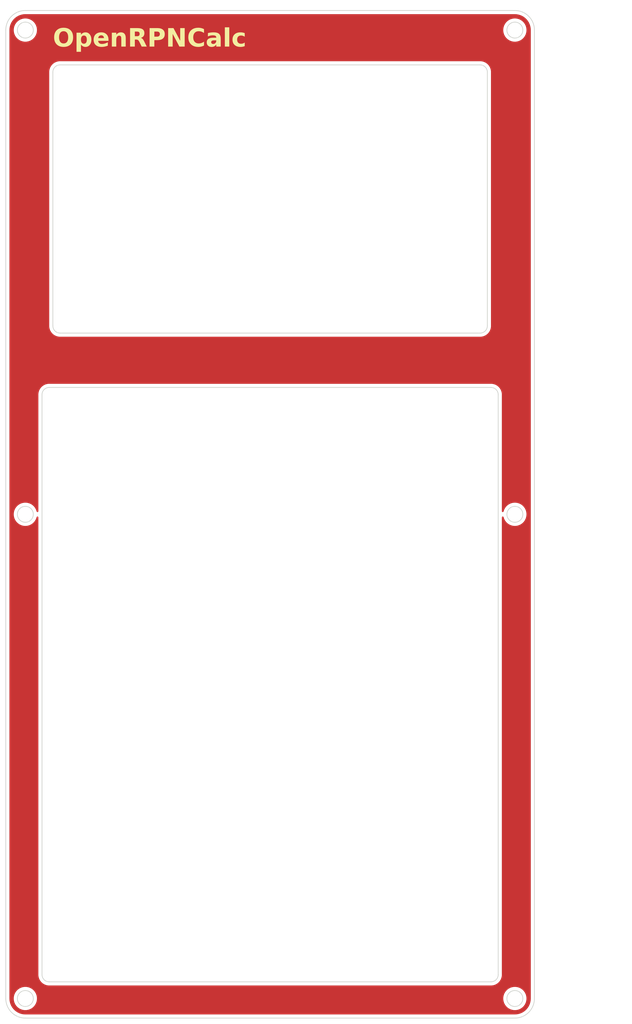
<source format=kicad_pcb>
(kicad_pcb
	(version 20241229)
	(generator "pcbnew")
	(generator_version "9.0")
	(general
		(thickness 0.8)
		(legacy_teardrops no)
	)
	(paper "A4")
	(layers
		(0 "F.Cu" signal)
		(2 "B.Cu" signal)
		(9 "F.Adhes" user "F.Adhesive")
		(11 "B.Adhes" user "B.Adhesive")
		(13 "F.Paste" user)
		(15 "B.Paste" user)
		(5 "F.SilkS" user "F.Silkscreen")
		(7 "B.SilkS" user "B.Silkscreen")
		(1 "F.Mask" user)
		(3 "B.Mask" user)
		(17 "Dwgs.User" user "User.Drawings")
		(19 "Cmts.User" user "User.Comments")
		(21 "Eco1.User" user "User.Eco1")
		(23 "Eco2.User" user "User.Eco2")
		(25 "Edge.Cuts" user)
		(27 "Margin" user)
		(31 "F.CrtYd" user "F.Courtyard")
		(29 "B.CrtYd" user "B.Courtyard")
		(35 "F.Fab" user)
		(33 "B.Fab" user)
		(39 "User.1" user)
		(41 "User.2" user)
		(43 "User.3" user)
		(45 "User.4" user)
	)
	(setup
		(stackup
			(layer "F.SilkS"
				(type "Top Silk Screen")
				(color "Black")
			)
			(layer "F.Paste"
				(type "Top Solder Paste")
			)
			(layer "F.Mask"
				(type "Top Solder Mask")
				(color "White")
				(thickness 0.01)
			)
			(layer "F.Cu"
				(type "copper")
				(thickness 0.035)
			)
			(layer "dielectric 1"
				(type "core")
				(color "Aluminum")
				(thickness 0.71)
				(material "FR4")
				(epsilon_r 4.5)
				(loss_tangent 0.02)
			)
			(layer "B.Cu"
				(type "copper")
				(thickness 0.035)
			)
			(layer "B.Mask"
				(type "Bottom Solder Mask")
				(color "White")
				(thickness 0.01)
			)
			(layer "B.Paste"
				(type "Bottom Solder Paste")
			)
			(layer "B.SilkS"
				(type "Bottom Silk Screen")
				(color "Black")
			)
			(copper_finish "None")
			(dielectric_constraints no)
		)
		(pad_to_mask_clearance 0)
		(allow_soldermask_bridges_in_footprints no)
		(tenting front back)
		(pcbplotparams
			(layerselection 0x00000000_00000000_55555555_5755f5ff)
			(plot_on_all_layers_selection 0x00000000_00000000_00000000_00000000)
			(disableapertmacros no)
			(usegerberextensions no)
			(usegerberattributes yes)
			(usegerberadvancedattributes yes)
			(creategerberjobfile yes)
			(dashed_line_dash_ratio 12.000000)
			(dashed_line_gap_ratio 3.000000)
			(svgprecision 4)
			(plotframeref no)
			(mode 1)
			(useauxorigin no)
			(hpglpennumber 1)
			(hpglpenspeed 20)
			(hpglpendiameter 15.000000)
			(pdf_front_fp_property_popups yes)
			(pdf_back_fp_property_popups yes)
			(pdf_metadata yes)
			(pdf_single_document no)
			(dxfpolygonmode yes)
			(dxfimperialunits yes)
			(dxfusepcbnewfont yes)
			(psnegative no)
			(psa4output no)
			(plot_black_and_white yes)
			(sketchpadsonfab no)
			(plotpadnumbers no)
			(hidednponfab no)
			(sketchdnponfab yes)
			(crossoutdnponfab yes)
			(subtractmaskfromsilk no)
			(outputformat 1)
			(mirror no)
			(drillshape 1)
			(scaleselection 1)
			(outputdirectory "")
		)
	)
	(net 0 "")
	(gr_line
		(start 46 92)
		(end 107 92)
		(stroke
			(width 0.1)
			(type default)
		)
		(layer "Edge.Cuts")
		(uuid "00b75010-d372-4b3e-a219-22de74404c69")
	)
	(gr_arc
		(start 113 176.3)
		(mid 112.209188 178.209188)
		(end 110.3 179)
		(stroke
			(width 0.1)
			(type default)
		)
		(layer "Edge.Cuts")
		(uuid "0780076d-315d-4be0-9b18-de1b17f20d0b")
	)
	(gr_arc
		(start 46 174)
		(mid 45.292893 173.707107)
		(end 45 173)
		(stroke
			(width 0.1)
			(type default)
		)
		(layer "Edge.Cuts")
		(uuid "0f20a6d6-de6f-443e-afc0-aa17055047ec")
	)
	(gr_line
		(start 46.5 83.5)
		(end 46.5 48.5)
		(stroke
			(width 0.1)
			(type default)
		)
		(layer "Edge.Cuts")
		(uuid "2a1bcf5c-8bbf-4407-965e-070213c8b22c")
	)
	(gr_line
		(start 40 176.3)
		(end 40 42.7)
		(stroke
			(width 0.1)
			(type default)
		)
		(layer "Edge.Cuts")
		(uuid "36144a29-c020-4d42-bab6-1f58795960d3")
	)
	(gr_arc
		(start 47.5 84.5)
		(mid 46.792893 84.207107)
		(end 46.5 83.5)
		(stroke
			(width 0.1)
			(type default)
		)
		(layer "Edge.Cuts")
		(uuid "3f448f17-4af4-41ae-bfb0-b8deb80fa723")
	)
	(gr_arc
		(start 110.3 40)
		(mid 112.209188 40.790812)
		(end 113 42.7)
		(stroke
			(width 0.1)
			(type default)
		)
		(layer "Edge.Cuts")
		(uuid "3f5f0df2-6ca6-4595-83e9-666cf61f044f")
	)
	(gr_arc
		(start 46.5 48.5)
		(mid 46.792893 47.792893)
		(end 47.5 47.5)
		(stroke
			(width 0.1)
			(type default)
		)
		(layer "Edge.Cuts")
		(uuid "4130df34-7329-4dcb-a89e-329f12da2d80")
	)
	(gr_arc
		(start 45 93)
		(mid 45.292893 92.292893)
		(end 46 92)
		(stroke
			(width 0.1)
			(type default)
		)
		(layer "Edge.Cuts")
		(uuid "41b0a908-fe60-4a76-8a24-f27673c14023")
	)
	(gr_circle
		(center 42.7 109.5)
		(end 42.7 110.6)
		(stroke
			(width 0.1)
			(type default)
		)
		(fill no)
		(layer "Edge.Cuts")
		(uuid "4e6a8733-c6df-4fca-b6a0-ff7372755040")
	)
	(gr_circle
		(center 42.7 176.3)
		(end 42.7 177.4)
		(stroke
			(width 0.1)
			(type default)
		)
		(fill no)
		(layer "Edge.Cuts")
		(uuid "5295c6d2-c6de-4923-a134-d65ab326d662")
	)
	(gr_circle
		(center 110.3 176.3)
		(end 110.3 177.4)
		(stroke
			(width 0.1)
			(type default)
		)
		(fill no)
		(layer "Edge.Cuts")
		(uuid "58c69270-3329-4177-8c1b-2ca687202f3c")
	)
	(gr_line
		(start 107 174)
		(end 46 174)
		(stroke
			(width 0.1)
			(type default)
		)
		(layer "Edge.Cuts")
		(uuid "6317729e-dac2-428e-9187-dbc57de57f35")
	)
	(gr_circle
		(center 42.7 42.7)
		(end 42.7 43.8)
		(stroke
			(width 0.1)
			(type default)
		)
		(fill no)
		(layer "Edge.Cuts")
		(uuid "678c266d-066a-4b4f-a25b-f3efcc554bfc")
	)
	(gr_arc
		(start 105.5 47.5)
		(mid 106.207107 47.792893)
		(end 106.5 48.5)
		(stroke
			(width 0.1)
			(type default)
		)
		(layer "Edge.Cuts")
		(uuid "71d99c03-778f-4945-bb7b-e16abe2febef")
	)
	(gr_line
		(start 106.5 48.5)
		(end 106.5 83.5)
		(stroke
			(width 0.1)
			(type default)
		)
		(layer "Edge.Cuts")
		(uuid "7eb4df3e-33fb-4bf4-94e2-b256996d0b83")
	)
	(gr_circle
		(center 110.3 42.7)
		(end 110.3 43.8)
		(stroke
			(width 0.1)
			(type default)
		)
		(fill no)
		(layer "Edge.Cuts")
		(uuid "8087c6df-4cb9-415d-982a-17e0afc5d521")
	)
	(gr_line
		(start 110.3 179)
		(end 42.7 179)
		(stroke
			(width 0.1)
			(type default)
		)
		(layer "Edge.Cuts")
		(uuid "87c04b69-a560-4960-aa48-7eba7586eb3e")
	)
	(gr_arc
		(start 107 92)
		(mid 107.707107 92.292893)
		(end 108 93)
		(stroke
			(width 0.1)
			(type default)
		)
		(layer "Edge.Cuts")
		(uuid "88a9906c-a62c-4ac0-b61f-397e781e4f9a")
	)
	(gr_line
		(start 45 173)
		(end 45 93)
		(stroke
			(width 0.1)
			(type default)
		)
		(layer "Edge.Cuts")
		(uuid "8cc96cc0-4f5d-4227-9810-08e0c1519fb7")
	)
	(gr_arc
		(start 108 173)
		(mid 107.707107 173.707107)
		(end 107 174)
		(stroke
			(width 0.1)
			(type default)
		)
		(layer "Edge.Cuts")
		(uuid "96d2d72e-dcca-4c48-a1e3-7f1e9573b0ec")
	)
	(gr_circle
		(center 110.3 109.5)
		(end 110.3 110.6)
		(stroke
			(width 0.1)
			(type default)
		)
		(fill no)
		(layer "Edge.Cuts")
		(uuid "97b4499d-f841-42c6-9466-9cd6008b6237")
	)
	(gr_arc
		(start 106.5 83.5)
		(mid 106.207107 84.207107)
		(end 105.5 84.5)
		(stroke
			(width 0.1)
			(type default)
		)
		(layer "Edge.Cuts")
		(uuid "9fabf811-911f-4f4a-8b75-c8b6367cb075")
	)
	(gr_line
		(start 113 42.7)
		(end 113 176.3)
		(stroke
			(width 0.1)
			(type default)
		)
		(layer "Edge.Cuts")
		(uuid "a0110fd0-8627-4009-b827-26d7e1e33d93")
	)
	(gr_arc
		(start 42.7 179)
		(mid 40.790812 178.209188)
		(end 40 176.3)
		(stroke
			(width 0.1)
			(type default)
		)
		(layer "Edge.Cuts")
		(uuid "bbf174aa-0cdf-4e53-a495-43958a7c5aa1")
	)
	(gr_arc
		(start 40 42.7)
		(mid 40.790812 40.790812)
		(end 42.7 40)
		(stroke
			(width 0.1)
			(type default)
		)
		(layer "Edge.Cuts")
		(uuid "bd966f30-0bdc-4ceb-b4c3-fcf26266e3ed")
	)
	(gr_line
		(start 47.5 47.5)
		(end 105.5 47.5)
		(stroke
			(width 0.1)
			(type default)
		)
		(layer "Edge.Cuts")
		(uuid "bf69bf42-216c-4d5e-98b3-9d743b8c6bf0")
	)
	(gr_line
		(start 108 93)
		(end 108 173)
		(stroke
			(width 0.1)
			(type default)
		)
		(layer "Edge.Cuts")
		(uuid "f22b0b8c-9e01-4c16-916c-13e03b5dff38")
	)
	(gr_line
		(start 105.5 84.5)
		(end 47.5 84.5)
		(stroke
			(width 0.1)
			(type default)
		)
		(layer "Edge.Cuts")
		(uuid "fd9f3391-a780-4bb6-98f6-e154a910d04f")
	)
	(gr_line
		(start 42.7 40)
		(end 110.3 40)
		(stroke
			(width 0.1)
			(type default)
		)
		(layer "Edge.Cuts")
		(uuid "fe101630-3e0e-4465-8612-450fb0614b97")
	)
	(gr_text "OpenRPNCalc"
		(at 46.5 45.4 0)
		(layer "F.SilkS")
		(uuid "ed0440bb-25b1-4946-a9a7-6d238a234936")
		(effects
			(font
				(face "FreeSans")
				(size 2.5 2.5)
				(thickness 0.3)
				(bold yes)
				(italic yes)
			)
			(justify left bottom)
		)
		(render_cache "OpenRPNCalc" 0
			(polygon
				(pts
					(xy 48.58853 42.402685) (xy 48.770813 42.449687) (xy 48.925329 42.524312) (xy 49.0566 42.626305)
					(xy 49.167437 42.757885) (xy 49.250184 42.907053) (xy 49.30618 43.075392) (xy 49.334562 43.266697)
					(xy 49.332595 43.485553) (xy 49.295817 43.737146) (xy 49.23615 43.959262) (xy 49.154214 44.162567)
					(xy 49.050244 44.3491) (xy 48.923763 44.520498) (xy 48.773595 44.677939) (xy 48.603798 44.81455)
					(xy 48.425521 44.918806) (xy 48.237206 44.992936) (xy 48.03673 45.037862) (xy 47.821506 45.053157)
					(xy 47.603827 45.036444) (xy 47.420812 44.989379) (xy 47.266361 44.914811) (xy 47.135793 44.813092)
					(xy 47.02619 44.682061) (xy 46.944142 44.532874) (xy 46.888717 44.36589) (xy 46.8606 44.177599)
					(xy 46.862256 43.963761) (xy 46.867563 43.927313) (xy 47.381684 43.927313) (xy 47.383754 44.100786)
					(xy 47.412205 44.246229) (xy 47.464148 44.368972) (xy 47.543381 44.475697) (xy 47.641664 44.550608)
					(xy 47.762576 44.596995) (xy 47.912639 44.61352) (xy 48.060957 44.598646) (xy 48.200069 44.554419)
					(xy 48.332752 44.479609) (xy 48.460964 44.370651) (xy 48.568694 44.243353) (xy 48.658436 44.096517)
					(xy 48.730272 43.927659) (xy 48.783365 43.733635) (xy 48.813915 43.519983) (xy 48.812741 43.342747)
					(xy 48.785161 43.195326) (xy 48.734364 43.072042) (xy 48.655916 42.964659) (xy 48.557755 42.889206)
					(xy 48.436165 42.842383) (xy 48.284346 42.825662) (xy 48.134435 42.840706) (xy 47.994511 42.885349)
					(xy 47.861711 42.960727) (xy 47.734036 43.070363) (xy 47.627347 43.198282) (xy 47.537731 43.347179)
					(xy 47.465287 43.519806) (xy 47.411025 43.719591) (xy 47.381684 43.927313) (xy 46.867563 43.927313)
					(xy 46.89781 43.719591) (xy 46.960222 43.486206) (xy 47.044614 43.275502) (xy 47.150442 43.085022)
					(xy 47.277912 42.912771) (xy 47.42797 42.757274) (xy 47.598856 42.621728) (xy 47.777026 42.518501)
					(xy 47.963964 42.44529) (xy 48.161671 42.401047) (xy 48.372579 42.386025)
				)
			)
			(polygon
				(pts
					(xy 50.950622 43.072562) (xy 51.065544 43.107751) (xy 51.162941 43.164275) (xy 51.245737 43.243059)
					(xy 51.315247 43.347274) (xy 51.374049 43.491645) (xy 51.406013 43.656016) (xy 51.408948 43.84486)
					(xy 51.378598 44.063363) (xy 51.320581 44.27311) (xy 51.239612 44.460364) (xy 51.136072 44.627842)
					(xy 51.009333 44.777621) (xy 50.859334 44.907347) (xy 50.708965 44.995019) (xy 50.556036 45.046013)
					(xy 50.397505 45.062927) (xy 50.264931 45.049476) (xy 50.158206 45.011898) (xy 50.071739 44.951865)
					(xy 50.002114 44.867626) (xy 49.948556 44.754265) (xy 49.744155 45.737037) (xy 49.265134 45.737037)
					(xy 49.576335 44.240234) (xy 50.069716 44.240234) (xy 50.079182 44.379786) (xy 50.114488 44.490483)
					(xy 50.160742 44.56258) (xy 50.217798 44.611976) (xy 50.287349 44.642) (xy 50.373233 44.652599)
					(xy 50.485038 44.635488) (xy 50.592115 44.582956) (xy 50.698076 44.488804) (xy 50.78368 44.372687)
					(xy 50.850572 44.23444) (xy 50.89805 44.070232) (xy 50.921059 43.890953) (xy 50.912059 43.749026)
					(xy 50.877137 43.636091) (xy 50.831096 43.562212) (xy 50.774211 43.511797) (xy 50.704855 43.481239)
					(xy 50.619155 43.470464) (xy 50.505227 43.487735) (xy 50.397556 43.540452) (xy 50.29248 43.634412)
					(xy 50.208276 43.750493) (xy 50.141145 43.891937) (xy 50.092201 44.063363) (xy 50.069716 44.240234)
					(xy 49.576335 44.240234) (xy 49.815596 43.089445) (xy 50.294617 43.089445) (xy 50.235999 43.371698)
					(xy 50.339278 43.255022) (xy 50.447407 43.168489) (xy 50.561313 43.108317) (xy 50.682703 43.072337)
					(xy 50.813939 43.060136)
				)
			)
			(polygon
				(pts
					(xy 52.880446 43.067254) (xy 52.989532 43.088071) (xy 53.09392 43.126372) (xy 53.199581 43.188974)
					(xy 53.29237 43.271654) (xy 53.366124 43.375056) (xy 53.416048 43.499213) (xy 53.445961 43.674254)
					(xy 53.446086 43.866266) (xy 53.412072 44.100457) (xy 53.391311 44.183653) (xy 52.153 44.183653)
					(xy 52.132698 44.371414) (xy 52.137887 44.44945) (xy 52.15529 44.525745) (xy 52.19013 44.592364)
					(xy 52.247492 44.641608) (xy 52.323534 44.670809) (xy 52.432506 44.681908) (xy 52.563152 44.666743)
					(xy 52.673084 44.62329) (xy 52.767022 44.551532) (xy 52.847413 44.447435) (xy 53.319565 44.447435)
					(xy 53.214067 44.619608) (xy 53.080516 44.765938) (xy 52.916412 44.888751) (xy 52.73295 44.980361)
					(xy 52.541306 45.034825) (xy 52.338319 45.053157) (xy 52.180053 45.041245) (xy 52.048598 45.007896)
					(xy 51.939181 44.955419) (xy 51.84811 44.884305) (xy 51.77305 44.793191) (xy 51.707481 44.6616)
					(xy 51.670031 44.503548) (xy 51.663929 44.312278) (xy 51.695503 44.079697) (xy 51.755559 43.861252)
					(xy 52.226884 43.861252) (xy 52.96236 43.861252) (xy 52.968455 43.724504) (xy 52.951886 43.621173)
					(xy 52.917328 43.543278) (xy 52.861519 43.482752) (xy 52.7845 43.445154) (xy 52.678886 43.431385)
					(xy 52.565435 43.446975) (xy 52.466235 43.492841) (xy 52.377278 43.571568) (xy 52.297092 43.690581)
					(xy 52.226884 43.861252) (xy 51.755559 43.861252) (xy 51.759661 43.84633) (xy 51.845763 43.647017)
					(xy 51.952517 43.477223) (xy 52.07988 43.333382) (xy 52.231169 43.212971) (xy 52.393513 43.128505)
					(xy 52.569532 43.077547) (xy 52.762844 43.060136)
				)
			)
			(polygon
				(pts
					(xy 53.972609 43.089445) (xy 54.451631 43.089445) (xy 54.395455 43.359638) (xy 54.536471 43.224915)
					(xy 54.684406 43.132869) (xy 54.841674 43.078489) (xy 55.012015 43.060136) (xy 55.158579 43.072583)
					(xy 55.273491 43.106705) (xy 55.363401 43.159589) (xy 55.433029 43.231106) (xy 55.481828 43.318304)
					(xy 55.510367 43.424062) (xy 55.516518 43.553388) (xy 55.495616 43.712417) (xy 55.233055 44.975)
					(xy 54.754187 44.975) (xy 54.996445 43.809808) (xy 55.009104 43.675792) (xy 54.989243 43.585315)
					(xy 54.944254 43.524251) (xy 54.871457 43.485353) (xy 54.759071 43.470464) (xy 54.646325 43.482105)
					(xy 54.546741 43.515923) (xy 54.457431 43.571977) (xy 54.383207 43.646575) (xy 54.32946 43.735457)
					(xy 54.295315 43.841407) (xy 54.059621 44.975) (xy 53.5806 44.975)
				)
			)
			(polygon
				(pts
					(xy 57.770617 42.43335) (xy 57.874719 42.456253) (xy 57.960332 42.491813) (xy 58.037129 42.542789)
					(xy 58.093596 42.601093) (xy 58.132676 42.667363) (xy 58.170573 42.777423) (xy 58.188088 42.886571)
					(xy 58.187806 42.997953) (xy 58.170991 43.116464) (xy 58.117112 43.2921) (xy 58.03637 43.439507)
					(xy 57.928603 43.563134) (xy 57.791134 43.66552) (xy 57.619002 43.747069) (xy 57.743261 43.808282)
					(xy 57.780266 43.836754) (xy 57.818213 43.883234) (xy 57.847494 43.935459) (xy 57.860192 43.977573)
					(xy 57.858971 44.13114) (xy 57.832104 44.350959) (xy 57.772265 44.672138) (xy 57.766679 44.76539)
					(xy 57.789438 44.832071) (xy 57.838363 44.880966) (xy 57.818824 44.975) (xy 57.268056 44.975) (xy 57.246468 44.884835)
					(xy 57.240884 44.800976) (xy 57.249939 44.70609) (xy 57.279963 44.539789) (xy 57.31721 44.376147)
					(xy 57.342397 44.27158) (xy 57.354192 44.165242) (xy 57.343194 44.091337) (xy 57.315225 44.04016)
					(xy 57.269294 44.003674) (xy 57.196948 43.978559) (xy 57.087316 43.968719) (xy 56.498844 43.968719)
					(xy 56.289711 44.975) (xy 55.776495 44.975) (xy 56.077122 43.529082) (xy 56.590282 43.529082) (xy 57.209438 43.529082)
					(xy 57.329101 43.520635) (xy 57.422661 43.497663) (xy 57.495355 43.462678) (xy 57.553079 43.409462)
					(xy 57.602852 43.322618) (xy 57.642663 43.18989) (xy 57.656837 43.05976) (xy 57.64218 42.978643)
					(xy 57.607859 42.929466) (xy 57.55321 42.896644) (xy 57.469997 42.873701) (xy 57.347588 42.864741)
					(xy 56.728432 42.864741) (xy 56.590282 43.529082) (xy 56.077122 43.529082) (xy 56.306655 42.425104)
					(xy 57.64419 42.425104)
				)
			)
			(polygon
				(pts
					(xy 60.130125 42.440273) (xy 60.28222 42.481496) (xy 60.399338 42.544485) (xy 60.488398 42.628131)
					(xy 60.55187 42.732498) (xy 60.589486 42.860562) (xy 60.598637 43.019003) (xy 60.57312 43.216146)
					(xy 60.519925 43.406341) (xy 60.446231 43.570832) (xy 60.352771 43.713016) (xy 60.239118 43.835454)
					(xy 60.105719 43.937261) (xy 59.963563 44.008697) (xy 59.8105 44.051742) (xy 59.643623 44.066416)
					(xy 59.004012 44.066416) (xy 58.815182 44.975) (xy 58.301967 44.975) (xy 58.582281 43.626779) (xy 59.09545 43.626779)
					(xy 59.574319 43.626779) (xy 59.728171 43.61007) (xy 59.846687 43.564062) (xy 59.938159 43.491074)
					(xy 60.007104 43.388121) (xy 60.053493 43.247439) (xy 60.067239 43.118544) (xy 60.05263 43.025803)
					(xy 60.015941 42.958775) (xy 59.956707 42.910225) (xy 59.866381 42.877423) (xy 59.732772 42.864741)
					(xy 59.253903 42.864741) (xy 59.09545 43.626779) (xy 58.582281 43.626779) (xy 58.832126 42.425104)
					(xy 59.933814 42.425104)
				)
			)
			(polygon
				(pts
					(xy 62.044988 44.975) (xy 61.409193 43.212177) (xy 61.042677 44.975) (xy 60.529461 44.975) (xy 61.059621 42.425104)
					(xy 61.586422 42.425104) (xy 62.214432 44.159992) (xy 62.575148 42.425104) (xy 63.088363 42.425104)
					(xy 62.558203 44.975)
				)
			)
			(polygon
				(pts
					(xy 65.002006 43.284839) (xy 64.987692 43.134515) (xy 64.949359 43.022114) (xy 64.890491 42.938668)
					(xy 64.81035 42.878451) (xy 64.704131 42.839847) (xy 64.563743 42.825662) (xy 64.416971 42.840512)
					(xy 64.282398 42.884276) (xy 64.156967 42.957717) (xy 64.03862 43.064105) (xy 63.941374 43.187683)
					(xy 63.856905 43.33664) (xy 63.785883 43.514774) (xy 63.729806 43.726613) (xy 63.697473 43.942962)
					(xy 63.695239 44.119082) (xy 63.717412 44.262235) (xy 63.760184 44.378742) (xy 63.829544 44.480948)
					(xy 63.918757 44.552729) (xy 64.031534 44.597448) (xy 64.174938 44.61352) (xy 64.33007 44.598203)
					(xy 64.465596 44.553988) (xy 64.585572 44.481324) (xy 64.686695 44.383525) (xy 64.768628 44.259813)
					(xy 64.831341 44.105495) (xy 65.330818 44.105495) (xy 65.257959 44.315421) (xy 65.158223 44.498575)
					(xy 65.031423 44.658397) (xy 64.875763 44.79716) (xy 64.699567 44.908185) (xy 64.508484 44.98773)
					(xy 64.299749 45.036413) (xy 64.069914 45.053157) (xy 63.861754 45.03692) (xy 63.688102 44.99133)
					(xy 63.542751 44.919265) (xy 63.420983 44.821047) (xy 63.319936 44.694426) (xy 63.246761 44.551978)
					(xy 63.197584 44.387892) (xy 63.173966 44.197924) (xy 63.179194 43.977038) (xy 63.218117 43.719591)
					(xy 63.282722 43.473374) (xy 63.366766 43.255654) (xy 63.469207 43.063306) (xy 63.589696 42.893697)
					(xy 63.728585 42.744757) (xy 63.889081 42.614428) (xy 64.058468 42.514806) (xy 64.238283 42.443834)
					(xy 64.430631 42.400729) (xy 64.638084 42.386025) (xy 64.858311 42.403011) (xy 65.039491 42.450395)
					(xy 65.188808 42.524773) (xy 65.311736 42.625536) (xy 65.390942 42.724815) (xy 65.44877 42.837499)
					(xy 65.485754 42.966071) (xy 65.500769 43.113858) (xy 65.491102 43.284839)
				)
			)
			(polygon
				(pts
					(xy 66.866186 43.0763) (xy 67.029977 43.118749) (xy 67.145309 43.180974) (xy 67.223712 43.260523)
					(xy 67.27182 43.359462) (xy 67.290287 43.483975) (xy 67.273617 43.643265) (xy 67.058531 44.677634)
					(xy 67.053069 44.763357) (xy 67.072831 44.840954) (xy 67.118828 44.914091) (xy 67.106158 44.975)
					(xy 66.586226 44.975) (xy 66.563208 44.896173) (xy 66.571724 44.78159) (xy 66.407001 44.906943)
					(xy 66.250856 44.990318) (xy 66.10088 45.037779) (xy 65.954248 45.053157) (xy 65.829006 45.042129)
					(xy 65.727784 45.011456) (xy 65.645739 44.963131) (xy 65.579487 44.896842) (xy 65.53143 44.816276)
					(xy 65.50312 44.723018) (xy 65.495406 44.613617) (xy 65.50992 44.495822) (xy 65.996501 44.495822)
					(xy 66.009026 44.548979) (xy 66.037901 44.592301) (xy 66.080191 44.624228) (xy 66.137688 44.64492)
					(xy 66.215282 44.652599) (xy 66.331722 44.639499) (xy 66.431908 44.60169) (xy 66.519517 44.539026)
					(xy 66.59013 44.456244) (xy 66.64598 44.349961) (xy 66.68606 44.215099) (xy 66.713232 44.084276)
					(xy 66.632491 44.112086) (xy 66.499214 44.142895) (xy 66.32855 44.173883) (xy 66.184374 44.214963)
					(xy 66.09774 44.26349) (xy 66.037811 44.332471) (xy 66.001875 44.428659) (xy 65.996501 44.495822)
					(xy 65.50992 44.495822) (xy 65.511405 44.483766) (xy 65.55874 44.329739) (xy 65.629278 44.202049)
					(xy 65.723023 44.096436) (xy 65.842315 44.010474) (xy 65.991607 43.94381) (xy 66.177119 43.898194)
					(xy 66.375872 43.863695) (xy 66.446092 43.855146) (xy 66.527608 43.841407) (xy 66.597522 43.825837)
					(xy 66.67278 43.801718) (xy 66.730024 43.765539) (xy 66.779941 43.713943) (xy 66.804213 43.646776)
					(xy 66.804463 43.567781) (xy 66.771524 43.513637) (xy 66.699648 43.476265) (xy 66.565771 43.460694)
					(xy 66.401508 43.476079) (xy 66.305194 43.513511) (xy 66.257187 43.55476) (xy 66.214071 43.616668)
					(xy 66.176356 43.704937) (xy 65.714432 43.704937) (xy 65.778531 43.530615) (xy 65.862963 43.38879)
					(xy 65.967284 43.274491) (xy 66.092986 43.18454) (xy 66.243366 43.117807) (xy 66.42326 43.075309)
					(xy 66.638738 43.060136)
				)
			)
			(polygon
				(pts
					(xy 68.431023 42.425104) (xy 67.900863 44.975) (xy 67.421842 44.975) (xy 67.952001 42.425104)
				)
			)
			(polygon
				(pts
					(xy 69.394561 43.460694) (xy 69.279535 43.475462) (xy 69.179017 43.518695) (xy 69.089124 43.592154)
					(xy 69.008154 43.701805) (xy 68.936775 43.857129) (xy 68.877834 44.070385) (xy 68.853668 44.252717)
					(xy 68.861203 44.391757) (xy 68.893252 44.497657) (xy 68.936632 44.565975) (xy 68.991687 44.613215)
					(xy 69.060358 44.64225) (xy 69.146807 44.652599) (xy 69.237593 44.643564) (xy 69.314987 44.61774)
					(xy 69.381738 44.575662) (xy 69.467559 44.48122) (xy 69.557898 44.320429) (xy 70.016311 44.320429)
					(xy 69.952844 44.484167) (xy 69.871381 44.626459) (xy 69.771948 44.749841) (xy 69.653611 44.856084)
					(xy 69.519644 44.942342) (xy 69.377366 45.00349) (xy 69.22495 45.040528) (xy 69.060101 45.053157)
					(xy 68.893872 45.041138) (xy 68.756925 45.007647) (xy 68.644058 44.955289) (xy 68.551179 44.884869)
					(xy 68.475597 44.795328) (xy 68.409647 44.664769) (xy 68.371883 44.505657) (xy 68.365956 44.310517)
					(xy 68.398813 44.070385) (xy 68.464065 43.832721) (xy 68.550664 43.63256) (xy 68.65706 43.464689)
					(xy 68.783038 43.324986) (xy 68.932812 43.209435) (xy 69.096978 43.12742) (xy 69.278473 43.077385)
					(xy 69.481267 43.060136) (xy 69.653441 43.073984) (xy 69.793465 43.112475) (xy 69.907502 43.172786)
					(xy 70.00013 43.254614) (xy 70.070366 43.356029) (xy 70.115834 43.476186) (xy 70.135667 43.619783)
					(xy 70.126068 43.792864) (xy 69.667655 43.792864) (xy 69.657014 43.673787) (xy 69.634195 43.591718)
					(xy 69.602778 43.53702) (xy 69.55631 43.49687) (xy 69.489367 43.470605)
				)
			)
		)
	)
	(gr_text "PCB3D_BR_FRAME"
		(at 113 179 0)
		(layer "Cmts.User")
		(uuid "63f70d3d-d674-47fb-a452-64ae9a334314")
		(effects
			(font
				(size 1 1)
				(thickness 0.15)
			)
			(justify left bottom)
		)
	)
	(gr_text "PCB3D_TL_FRAME"
		(at 40 40 0)
		(layer "Cmts.User")
		(uuid "a4aeaa96-f653-495f-8a44-e0045b95015a")
		(effects
			(font
				(size 1 1)
				(thickness 0.15)
			)
			(justify left bottom)
		)
	)
	(zone
		(net 0)
		(net_name "")
		(layer "F.Cu")
		(uuid "7eb4a206-dfa1-48a0-8cf3-45f3e9cc0d05")
		(hatch edge 0.5)
		(connect_pads
			(clearance 0.5)
		)
		(min_thickness 0.25)
		(filled_areas_thickness no)
		(fill yes
			(thermal_gap 0.5)
			(thermal_bridge_width 0.5)
			(island_removal_mode 1)
			(island_area_min 10)
		)
		(polygon
			(pts
				(xy 39.3 39.5) (xy 113.6 39.5) (xy 113.5 179.8) (xy 39.2 179.8)
			)
		)
		(filled_polygon
			(layer "F.Cu")
			(island)
			(pts
				(xy 110.303736 40.500726) (xy 110.557638 40.516084) (xy 110.572495 40.517888) (xy 110.819 40.563061)
				(xy 110.833536 40.566644) (xy 111.072791 40.6412) (xy 111.086788 40.646508) (xy 111.315319 40.749361)
				(xy 111.328578 40.75632) (xy 111.435808 40.821143) (xy 111.543045 40.88597) (xy 111.555356 40.894468)
				(xy 111.63197 40.954491) (xy 111.752636 41.049027) (xy 111.763844 41.058957) (xy 111.941042 41.236155)
				(xy 111.950972 41.247363) (xy 112.105527 41.444637) (xy 112.114033 41.45696) (xy 112.243679 41.671421)
				(xy 112.250638 41.68468) (xy 112.353491 41.913211) (xy 112.3588 41.927211) (xy 112.433354 42.166461)
				(xy 112.436938 42.181001) (xy 112.48211 42.4275) (xy 112.483915 42.442364) (xy 112.499274 42.696263)
				(xy 112.4995 42.70375) (xy 112.4995 176.296249) (xy 112.499274 176.303736) (xy 112.483915 176.557635)
				(xy 112.48211 176.572499) (xy 112.436938 176.818998) (xy 112.433354 176.833538) (xy 112.3588 177.072788)
				(xy 112.353491 177.086788) (xy 112.250638 177.315319) (xy 112.243679 177.328578) (xy 112.114033 177.543039)
				(xy 112.105527 177.555362) (xy 111.950972 177.752636) (xy 111.941042 177.763844) (xy 111.763844 177.941042)
				(xy 111.752636 177.950972) (xy 111.555362 178.105527) (xy 111.543039 178.114033) (xy 111.328578 178.243679)
				(xy 111.315319 178.250638) (xy 111.086788 178.353491) (xy 111.072788 178.3588) (xy 110.833538 178.433354)
				(xy 110.818998 178.436938) (xy 110.572499 178.48211) (xy 110.557635 178.483915) (xy 110.303736 178.499274)
				(xy 110.296249 178.4995) (xy 42.703751 178.4995) (xy 42.696264 178.499274) (xy 42.442364 178.483915)
				(xy 42.4275 178.48211) (xy 42.181001 178.436938) (xy 42.166461 178.433354) (xy 41.927211 178.3588)
				(xy 41.913211 178.353491) (xy 41.68468 178.250638) (xy 41.671421 178.243679) (xy 41.45696 178.114033)
				(xy 41.444637 178.105527) (xy 41.247363 177.950972) (xy 41.236155 177.941042) (xy 41.058957 177.763844)
				(xy 41.049027 177.752636) (xy 40.894472 177.555362) (xy 40.88597 177.543045) (xy 40.764826 177.342649)
				(xy 40.75632 177.328578) (xy 40.749361 177.315319) (xy 40.646508 177.086788) (xy 40.641199 177.072788)
				(xy 40.566645 176.833538) (xy 40.563061 176.818998) (xy 40.555111 176.775615) (xy 40.517888 176.572495)
				(xy 40.516084 176.557635) (xy 40.500726 176.303736) (xy 40.5005 176.296249) (xy 40.5005 176.174038)
				(xy 41.0995 176.174038) (xy 41.0995 176.425961) (xy 41.13891 176.674785) (xy 41.21676 176.914383)
				(xy 41.331132 177.138848) (xy 41.479201 177.342649) (xy 41.479205 177.342654) (xy 41.657345 177.520794)
				(xy 41.65735 177.520798) (xy 41.704924 177.555362) (xy 41.861155 177.66887) (xy 42.004184 177.741747)
				(xy 42.085616 177.783239) (xy 42.085618 177.783239) (xy 42.085621 177.783241) (xy 42.325215 177.86109)
				(xy 42.574038 177.9005) (xy 42.574039 177.9005) (xy 42.825961 177.9005) (xy 42.825962 177.9005)
				(xy 43.074785 177.86109) (xy 43.314379 177.783241) (xy 43.538845 177.66887) (xy 43.742656 177.520793)
				(xy 43.920793 177.342656) (xy 44.06887 177.138845) (xy 44.183241 176.914379) (xy 44.26109 176.674785)
				(xy 44.3005 176.425962) (xy 44.3005 176.174038) (xy 108.6995 176.174038) (xy 108.6995 176.425961)
				(xy 108.73891 176.674785) (xy 108.81676 176.914383) (xy 108.931132 177.138848) (xy 109.079201 177.342649)
				(xy 109.079205 177.342654) (xy 109.257345 177.520794) (xy 109.25735 177.520798) (xy 109.304924 177.555362)
				(xy 109.461155 177.66887) (xy 109.604184 177.741747) (xy 109.685616 177.783239) (xy 109.685618 177.783239)
				(xy 109.685621 177.783241) (xy 109.925215 177.86109) (xy 110.174038 177.9005) (xy 110.174039 177.9005)
				(xy 110.425961 177.9005) (xy 110.425962 177.9005) (xy 110.674785 177.86109) (xy 110.914379 177.783241)
				(xy 111.138845 177.66887) (xy 111.342656 177.520793) (xy 111.520793 177.342656) (xy 111.66887 177.138845)
				(xy 111.783241 176.914379) (xy 111.86109 176.674785) (xy 111.9005 176.425962) (xy 111.9005 176.174038)
				(xy 111.86109 175.925215) (xy 111.783241 175.685621) (xy 111.783239 175.685618) (xy 111.783239 175.685616)
				(xy 111.741747 175.604184) (xy 111.66887 175.461155) (xy 111.649952 175.435117) (xy 111.520798 175.25735)
				(xy 111.520794 175.257345) (xy 111.342654 175.079205) (xy 111.342649 175.079201) (xy 111.138848 174.931132)
				(xy 111.138847 174.931131) (xy 111.138845 174.93113) (xy 111.068747 174.895413) (xy 110.914383 174.81676)
				(xy 110.674785 174.73891) (xy 110.425962 174.6995) (xy 110.174038 174.6995) (xy 110.049626 174.719205)
				(xy 109.925214 174.73891) (xy 109.685616 174.81676) (xy 109.461151 174.931132) (xy 109.25735 175.079201)
				(xy 109.257345 175.079205) (xy 109.079205 175.257345) (xy 109.079201 175.25735) (xy 108.931132 175.461151)
				(xy 108.81676 175.685616) (xy 108.73891 175.925214) (xy 108.6995 176.174038) (xy 44.3005 176.174038)
				(xy 44.26109 175.925215) (xy 44.183241 175.685621) (xy 44.183239 175.685618) (xy 44.183239 175.685616)
				(xy 44.141747 175.604184) (xy 44.06887 175.461155) (xy 44.049952 175.435117) (xy 43.920798 175.25735)
				(xy 43.920794 175.257345) (xy 43.742654 175.079205) (xy 43.742649 175.079201) (xy 43.538848 174.931132)
				(xy 43.538847 174.931131) (xy 43.538845 174.93113) (xy 43.468747 174.895413) (xy 43.314383 174.81676)
				(xy 43.074785 174.73891) (xy 42.825962 174.6995) (xy 42.574038 174.6995) (xy 42.449626 174.719205)
				(xy 42.325214 174.73891) (xy 42.085616 174.81676) (xy 41.861151 174.931132) (xy 41.65735 175.079201)
				(xy 41.657345 175.079205) (xy 41.479205 175.257345) (xy 41.479201 175.25735) (xy 41.331132 175.461151)
				(xy 41.21676 175.685616) (xy 41.13891 175.925214) (xy 41.0995 176.174038) (xy 40.5005 176.174038)
				(xy 40.5005 109.374038) (xy 41.0995 109.374038) (xy 41.0995 109.625961) (xy 41.13891 109.874785)
				(xy 41.21676 110.114383) (xy 41.331132 110.338848) (xy 41.479201 110.542649) (xy 41.479205 110.542654)
				(xy 41.657345 110.720794) (xy 41.65735 110.720798) (xy 41.835117 110.849952) (xy 41.861155 110.86887)
				(xy 42.004184 110.941747) (xy 42.085616 110.983239) (xy 42.085618 110.983239) (xy 42.085621 110.983241)
				(xy 42.325215 111.06109) (xy 42.574038 111.1005) (xy 42.574039 111.1005) (xy 42.825961 111.1005)
				(xy 42.825962 111.1005) (xy 43.074785 111.06109) (xy 43.314379 110.983241) (xy 43.538845 110.86887)
				(xy 43.742656 110.720793) (xy 43.920793 110.542656) (xy 44.06887 110.338845) (xy 44.183241 110.114379)
				(xy 44.257569 109.885622) (xy 44.297007 109.827947) (xy 44.361366 109.800749) (xy 44.430212 109.812664)
				(xy 44.481688 109.859908) (xy 44.4995 109.923941) (xy 44.4995 173.107317) (xy 44.530044 173.319764)
				(xy 44.530047 173.319774) (xy 44.590517 173.525715) (xy 44.679672 173.720938) (xy 44.679679 173.720951)
				(xy 44.79572 173.901514) (xy 44.936275 174.063724) (xy 45.060277 174.171172) (xy 45.098487 174.204281)
				(xy 45.227531 174.287211) (xy 45.279048 174.32032) (xy 45.279061 174.320327) (xy 45.474284 174.409482)
				(xy 45.474288 174.409483) (xy 45.47429 174.409484) (xy 45.680231 174.469954) (xy 45.680232 174.469954)
				(xy 45.680235 174.469955) (xy 45.743584 174.479062) (xy 45.892682 174.5005) (xy 45.892683 174.5005)
				(xy 107.107317 174.5005) (xy 107.107318 174.5005) (xy 107.277851 174.47598) (xy 107.319764 174.469955)
				(xy 107.319765 174.469954) (xy 107.319769 174.469954) (xy 107.52571 174.409484) (xy 107.525713 174.409482)
				(xy 107.525715 174.409482) (xy 107.720938 174.320327) (xy 107.720944 174.320323) (xy 107.72095 174.320321)
				(xy 107.901513 174.204281) (xy 108.063724 174.063724) (xy 108.204281 173.901513) (xy 108.320321 173.72095)
				(xy 108.320323 173.720944) (xy 108.320327 173.720938) (xy 108.409482 173.525715) (xy 108.409482 173.525713)
				(xy 108.409484 173.52571) (xy 108.469954 173.319769) (xy 108.5005 173.107318) (xy 108.5005 173)
				(xy 108.5005 172.934108) (xy 108.5005 109.923941) (xy 108.520185 109.856902) (xy 108.572989 109.811147)
				(xy 108.642147 109.801203) (xy 108.705703 109.830228) (xy 108.742431 109.885622) (xy 108.81676 110.114383)
				(xy 108.931132 110.338848) (xy 109.079201 110.542649) (xy 109.079205 110.542654) (xy 109.257345 110.720794)
				(xy 109.25735 110.720798) (xy 109.435117 110.849952) (xy 109.461155 110.86887) (xy 109.604184 110.941747)
				(xy 109.685616 110.983239) (xy 109.685618 110.983239) (xy 109.685621 110.983241) (xy 109.925215 111.06109)
				(xy 110.174038 111.1005) (xy 110.174039 111.1005) (xy 110.425961 111.1005) (xy 110.425962 111.1005)
				(xy 110.674785 111.06109) (xy 110.914379 110.983241) (xy 111.138845 110.86887) (xy 111.342656 110.720793)
				(xy 111.520793 110.542656) (xy 111.66887 110.338845) (xy 111.783241 110.114379) (xy 111.86109 109.874785)
				(xy 111.9005 109.625962) (xy 111.9005 109.374038) (xy 111.86109 109.125215) (xy 111.783241 108.885621)
				(xy 111.783239 108.885618) (xy 111.783239 108.885616) (xy 111.741747 108.804184) (xy 111.66887 108.661155)
				(xy 111.649952 108.635117) (xy 111.520798 108.45735) (xy 111.520794 108.457345) (xy 111.342654 108.279205)
				(xy 111.342649 108.279201) (xy 111.138848 108.131132) (xy 111.138847 108.131131) (xy 111.138845 108.13113)
				(xy 111.068747 108.095413) (xy 110.914383 108.01676) (xy 110.674785 107.93891) (xy 110.425962 107.8995)
				(xy 110.174038 107.8995) (xy 110.049626 107.919205) (xy 109.925214 107.93891) (xy 109.685616 108.01676)
				(xy 109.461151 108.131132) (xy 109.25735 108.279201) (xy 109.257345 108.279205) (xy 109.079205 108.457345)
				(xy 109.079201 108.45735) (xy 108.931132 108.661151) (xy 108.81676 108.885616) (xy 108.742431 109.114377)
				(xy 108.702993 109.172052) (xy 108.638634 109.19925) (xy 108.569788 109.187335) (xy 108.518312 109.140091)
				(xy 108.5005 109.076058) (xy 108.5005 92.892683) (xy 108.5005 92.892682) (xy 108.469954 92.680231)
				(xy 108.409484 92.47429) (xy 108.409483 92.474288) (xy 108.409482 92.474284) (xy 108.320327 92.279061)
				(xy 108.32032 92.279048) (xy 108.287211 92.227531) (xy 108.204281 92.098487) (xy 108.171172 92.060277)
				(xy 108.063724 91.936275) (xy 107.901514 91.79572) (xy 107.901513 91.795719) (xy 107.836991 91.754253)
				(xy 107.720951 91.679679) (xy 107.720938 91.679672) (xy 107.525715 91.590517) (xy 107.319774 91.530047)
				(xy 107.319764 91.530044) (xy 107.128754 91.502582) (xy 107.107318 91.4995) (xy 107.065892 91.4995)
				(xy 46.065892 91.4995) (xy 46 91.4995) (xy 45.892682 91.4995) (xy 45.680235 91.530044) (xy 45.680225 91.530047)
				(xy 45.474284 91.590517) (xy 45.279061 91.679672) (xy 45.279048 91.679679) (xy 45.098485 91.79572)
				(xy 44.936275 91.936275) (xy 44.79572 92.098485) (xy 44.679679 92.279048) (xy 44.679672 92.279061)
				(xy 44.590517 92.474284) (xy 44.530047 92.680225) (xy 44.530044 92.680235) (xy 44.4995 92.892682)
				(xy 44.4995 109.076058) (xy 44.479815 109.143097) (xy 44.427011 109.188852) (xy 44.357853 109.198796)
				(xy 44.294297 109.169771) (xy 44.257569 109.114377) (xy 44.183239 108.885616) (xy 44.141747 108.804184)
				(xy 44.06887 108.661155) (xy 44.049952 108.635117) (xy 43.920798 108.45735) (xy 43.920794 108.457345)
				(xy 43.742654 108.279205) (xy 43.742649 108.279201) (xy 43.538848 108.131132) (xy 43.538847 108.131131)
				(xy 43.538845 108.13113) (xy 43.468747 108.095413) (xy 43.314383 108.01676) (xy 43.074785 107.93891)
				(xy 42.825962 107.8995) (xy 42.574038 107.8995) (xy 42.449626 107.919205) (xy 42.325214 107.93891)
				(xy 42.085616 108.01676) (xy 41.861151 108.131132) (xy 41.65735 108.279201) (xy 41.657345 108.279205)
				(xy 41.479205 108.457345) (xy 41.479201 108.45735) (xy 41.331132 108.661151) (xy 41.21676 108.885616)
				(xy 41.13891 109.125214) (xy 41.0995 109.374038) (xy 40.5005 109.374038) (xy 40.5005 48.392682)
				(xy 45.9995 48.392682) (xy 45.9995 83.607317) (xy 46.030044 83.819764) (xy 46.030047 83.819774)
				(xy 46.090517 84.025715) (xy 46.179672 84.220938) (xy 46.179679 84.220951) (xy 46.29572 84.401514)
				(xy 46.436275 84.563724) (xy 46.560277 84.671172) (xy 46.598487 84.704281) (xy 46.727531 84.787211)
				(xy 46.779048 84.82032) (xy 46.779061 84.820327) (xy 46.974284 84.909482) (xy 46.974288 84.909483)
				(xy 46.97429 84.909484) (xy 47.180231 84.969954) (xy 47.180232 84.969954) (xy 47.180235 84.969955)
				(xy 47.243584 84.979062) (xy 47.392682 85.0005) (xy 47.392683 85.0005) (xy 105.607317 85.0005) (xy 105.607318 85.0005)
				(xy 105.777851 84.97598) (xy 105.819764 84.969955) (xy 105.819765 84.969954) (xy 105.819769 84.969954)
				(xy 106.02571 84.909484) (xy 106.025713 84.909482) (xy 106.025715 84.909482) (xy 106.220938 84.820327)
				(xy 106.220944 84.820323) (xy 106.22095 84.820321) (xy 106.401513 84.704281) (xy 106.563724 84.563724)
				(xy 106.704281 84.401513) (xy 106.820321 84.22095) (xy 106.820323 84.220944) (xy 106.820327 84.220938)
				(xy 106.909482 84.025715) (xy 106.909482 84.025713) (xy 106.909484 84.02571) (xy 106.969954 83.819769)
				(xy 107.0005 83.607318) (xy 107.0005 83.5) (xy 107.0005 83.434108) (xy 107.0005 48.434108) (xy 107.0005 48.392682)
				(xy 106.969954 48.180231) (xy 106.909484 47.97429) (xy 106.909483 47.974288) (xy 106.909482 47.974284)
				(xy 106.820327 47.779061) (xy 106.82032 47.779048) (xy 106.787211 47.727531) (xy 106.704281 47.598487)
				(xy 106.671172 47.560277) (xy 106.563724 47.436275) (xy 106.401514 47.29572) (xy 106.401513 47.295719)
				(xy 106.336991 47.254253) (xy 106.220951 47.179679) (xy 106.220938 47.179672) (xy 106.025715 47.090517)
				(xy 105.819774 47.030047) (xy 105.819764 47.030044) (xy 105.628754 47.002582) (xy 105.607318 46.9995)
				(xy 105.565892 46.9995) (xy 47.565892 46.9995) (xy 47.5 46.9995) (xy 47.392682 46.9995) (xy 47.180235 47.030044)
				(xy 47.180225 47.030047) (xy 46.974284 47.090517) (xy 46.779061 47.179672) (xy 46.779048 47.179679)
				(xy 46.598485 47.29572) (xy 46.436275 47.436275) (xy 46.29572 47.598485) (xy 46.179679 47.779048)
				(xy 46.179672 47.779061) (xy 46.090517 47.974284) (xy 46.030047 48.180225) (xy 46.030044 48.180235)
				(xy 45.9995 48.392682) (xy 40.5005 48.392682) (xy 40.5005 42.70375) (xy 40.500726 42.696263) (xy 40.508119 42.574038)
				(xy 41.0995 42.574038) (xy 41.0995 42.825961) (xy 41.13891 43.074785) (xy 41.21676 43.314383) (xy 41.331132 43.538848)
				(xy 41.479201 43.742649) (xy 41.479205 43.742654) (xy 41.657345 43.920794) (xy 41.65735 43.920798)
				(xy 41.835117 44.049952) (xy 41.861155 44.06887) (xy 42.004184 44.141747) (xy 42.085616 44.183239)
				(xy 42.085618 44.183239) (xy 42.085621 44.183241) (xy 42.325215 44.26109) (xy 42.574038 44.3005)
				(xy 42.574039 44.3005) (xy 42.825961 44.3005) (xy 42.825962 44.3005) (xy 43.074785 44.26109) (xy 43.314379 44.183241)
				(xy 43.538845 44.06887) (xy 43.742656 43.920793) (xy 43.920793 43.742656) (xy 44.06887 43.538845)
				(xy 44.183241 43.314379) (xy 44.26109 43.074785) (xy 44.3005 42.825962) (xy 44.3005 42.574038) (xy 108.6995 42.574038)
				(xy 108.6995 42.825961) (xy 108.73891 43.074785) (xy 108.81676 43.314383) (xy 108.931132 43.538848)
				(xy 109.079201 43.742649) (xy 109.079205 43.742654) (xy 109.257345 43.920794) (xy 109.25735 43.920798)
				(xy 109.435117 44.049952) (xy 109.461155 44.06887) (xy 109.604184 44.141747) (xy 109.685616 44.183239)
				(xy 109.685618 44.183239) (xy 109.685621 44.183241) (xy 109.925215 44.26109) (xy 110.174038 44.3005)
				(xy 110.174039 44.3005) (xy 110.425961 44.3005) (xy 110.425962 44.3005) (xy 110.674785 44.26109)
				(xy 110.914379 44.183241) (xy 111.138845 44.06887) (xy 111.342656 43.920793) (xy 111.520793 43.742656)
				(xy 111.66887 43.538845) (xy 111.783241 43.314379) (xy 111.86109 43.074785) (xy 111.9005 42.825962)
				(xy 111.9005 42.574038) (xy 111.86109 42.325215) (xy 111.783241 42.085621) (xy 111.783239 42.085618)
				(xy 111.783239 42.085616) (xy 111.702527 41.927211) (xy 111.66887 41.861155) (xy 111.531021 41.671421)
				(xy 111.520798 41.65735) (xy 111.520794 41.657345) (xy 111.342654 41.479205) (xy 111.342649 41.479201)
				(xy 111.138848 41.331132) (xy 111.138847 41.331131) (xy 111.138845 41.33113) (xy 111.068747 41.295413)
				(xy 110.914383 41.21676) (xy 110.674785 41.13891) (xy 110.425962 41.0995) (xy 110.174038 41.0995)
				(xy 110.049626 41.119205) (xy 109.925214 41.13891) (xy 109.685616 41.21676) (xy 109.461151 41.331132)
				(xy 109.25735 41.479201) (xy 109.257345 41.479205) (xy 109.079205 41.657345) (xy 109.079201 41.65735)
				(xy 108.931132 41.861151) (xy 108.81676 42.085616) (xy 108.73891 42.325214) (xy 108.6995 42.574038)
				(xy 44.3005 42.574038) (xy 44.26109 42.325215) (xy 44.183241 42.085621) (xy 44.183239 42.085618)
				(xy 44.183239 42.085616) (xy 44.102527 41.927211) (xy 44.06887 41.861155) (xy 43.931021 41.671421)
				(xy 43.920798 41.65735) (xy 43.920794 41.657345) (xy 43.742654 41.479205) (xy 43.742649 41.479201)
				(xy 43.538848 41.331132) (xy 43.538847 41.331131) (xy 43.538845 41.33113) (xy 43.468747 41.295413)
				(xy 43.314383 41.21676) (xy 43.074785 41.13891) (xy 42.825962 41.0995) (xy 42.574038 41.0995) (xy 42.449626 41.119205)
				(xy 42.325214 41.13891) (xy 42.085616 41.21676) (xy 41.861151 41.331132) (xy 41.65735 41.479201)
				(xy 41.657345 41.479205) (xy 41.479205 41.657345) (xy 41.479201 41.65735) (xy 41.331132 41.861151)
				(xy 41.21676 42.085616) (xy 41.13891 42.325214) (xy 41.0995 42.574038) (xy 40.508119 42.574038)
				(xy 40.508867 42.561679) (xy 40.516084 42.442364) (xy 40.517889 42.4275) (xy 40.534832 42.335048)
				(xy 40.563062 42.180995) (xy 40.566645 42.166461) (xy 40.641202 41.927202) (xy 40.646504 41.913219)
				(xy 40.749361 41.684679) (xy 40.75632 41.671421) (xy 40.76483 41.657344) (xy 40.885975 41.456946)
				(xy 40.894462 41.44465) (xy 41.049034 41.247354) (xy 41.058949 41.236163) (xy 41.236163 41.058949)
				(xy 41.247354 41.049034) (xy 41.44465 40.894462) (xy 41.456946 40.885975) (xy 41.671421 40.756319)
				(xy 41.68468 40.749361) (xy 41.913219 40.646504) (xy 41.927202 40.641202) (xy 42.166467 40.566643)
				(xy 42.180995 40.563062) (xy 42.427506 40.517888) (xy 42.442359 40.516084) (xy 42.696264 40.500726)
				(xy 42.703751 40.5005) (xy 42.765892 40.5005) (xy 110.234108 40.5005) (xy 110.296249 40.5005)
			)
		)
	)
	(embedded_fonts no)
)

</source>
